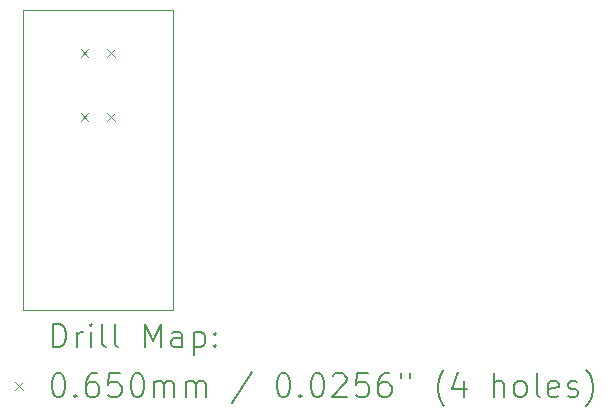
<source format=gbr>
%TF.GenerationSoftware,KiCad,Pcbnew,(6.0.7)*%
%TF.CreationDate,2023-01-17T09:06:05-08:00*%
%TF.ProjectId,mlx90640-breakout,6d6c7839-3036-4343-902d-627265616b6f,rev?*%
%TF.SameCoordinates,Original*%
%TF.FileFunction,Drillmap*%
%TF.FilePolarity,Positive*%
%FSLAX45Y45*%
G04 Gerber Fmt 4.5, Leading zero omitted, Abs format (unit mm)*
G04 Created by KiCad (PCBNEW (6.0.7)) date 2023-01-17 09:06:05*
%MOMM*%
%LPD*%
G01*
G04 APERTURE LIST*
%ADD10C,0.050000*%
%ADD11C,0.200000*%
%ADD12C,0.065000*%
G04 APERTURE END LIST*
D10*
X10460000Y-5810000D02*
X11730000Y-5810000D01*
X11730000Y-5810000D02*
X11730000Y-8350000D01*
X10460000Y-5810000D02*
X10460000Y-8350000D01*
X10460000Y-8350000D02*
X11730000Y-8350000D01*
D11*
D12*
X10950001Y-6140379D02*
X11015001Y-6205379D01*
X11015001Y-6140379D02*
X10950001Y-6205379D01*
X10950104Y-6680174D02*
X11015104Y-6745174D01*
X11015104Y-6680174D02*
X10950104Y-6745174D01*
X11173488Y-6140380D02*
X11238488Y-6205380D01*
X11238488Y-6140380D02*
X11173488Y-6205380D01*
X11173488Y-6679925D02*
X11238488Y-6744925D01*
X11238488Y-6679925D02*
X11173488Y-6744925D01*
D11*
X10715119Y-8662976D02*
X10715119Y-8462976D01*
X10762738Y-8462976D01*
X10791309Y-8472500D01*
X10810357Y-8491548D01*
X10819881Y-8510595D01*
X10829405Y-8548691D01*
X10829405Y-8577262D01*
X10819881Y-8615357D01*
X10810357Y-8634405D01*
X10791309Y-8653452D01*
X10762738Y-8662976D01*
X10715119Y-8662976D01*
X10915119Y-8662976D02*
X10915119Y-8529643D01*
X10915119Y-8567738D02*
X10924643Y-8548691D01*
X10934167Y-8539167D01*
X10953214Y-8529643D01*
X10972262Y-8529643D01*
X11038928Y-8662976D02*
X11038928Y-8529643D01*
X11038928Y-8462976D02*
X11029405Y-8472500D01*
X11038928Y-8482024D01*
X11048452Y-8472500D01*
X11038928Y-8462976D01*
X11038928Y-8482024D01*
X11162738Y-8662976D02*
X11143690Y-8653452D01*
X11134167Y-8634405D01*
X11134167Y-8462976D01*
X11267500Y-8662976D02*
X11248452Y-8653452D01*
X11238928Y-8634405D01*
X11238928Y-8462976D01*
X11496071Y-8662976D02*
X11496071Y-8462976D01*
X11562738Y-8605833D01*
X11629405Y-8462976D01*
X11629405Y-8662976D01*
X11810357Y-8662976D02*
X11810357Y-8558214D01*
X11800833Y-8539167D01*
X11781786Y-8529643D01*
X11743690Y-8529643D01*
X11724643Y-8539167D01*
X11810357Y-8653452D02*
X11791309Y-8662976D01*
X11743690Y-8662976D01*
X11724643Y-8653452D01*
X11715119Y-8634405D01*
X11715119Y-8615357D01*
X11724643Y-8596310D01*
X11743690Y-8586786D01*
X11791309Y-8586786D01*
X11810357Y-8577262D01*
X11905595Y-8529643D02*
X11905595Y-8729643D01*
X11905595Y-8539167D02*
X11924643Y-8529643D01*
X11962738Y-8529643D01*
X11981786Y-8539167D01*
X11991309Y-8548691D01*
X12000833Y-8567738D01*
X12000833Y-8624881D01*
X11991309Y-8643929D01*
X11981786Y-8653452D01*
X11962738Y-8662976D01*
X11924643Y-8662976D01*
X11905595Y-8653452D01*
X12086547Y-8643929D02*
X12096071Y-8653452D01*
X12086547Y-8662976D01*
X12077024Y-8653452D01*
X12086547Y-8643929D01*
X12086547Y-8662976D01*
X12086547Y-8539167D02*
X12096071Y-8548691D01*
X12086547Y-8558214D01*
X12077024Y-8548691D01*
X12086547Y-8539167D01*
X12086547Y-8558214D01*
D12*
X10392500Y-8960000D02*
X10457500Y-9025000D01*
X10457500Y-8960000D02*
X10392500Y-9025000D01*
D11*
X10753214Y-8882976D02*
X10772262Y-8882976D01*
X10791309Y-8892500D01*
X10800833Y-8902024D01*
X10810357Y-8921072D01*
X10819881Y-8959167D01*
X10819881Y-9006786D01*
X10810357Y-9044881D01*
X10800833Y-9063929D01*
X10791309Y-9073452D01*
X10772262Y-9082976D01*
X10753214Y-9082976D01*
X10734167Y-9073452D01*
X10724643Y-9063929D01*
X10715119Y-9044881D01*
X10705595Y-9006786D01*
X10705595Y-8959167D01*
X10715119Y-8921072D01*
X10724643Y-8902024D01*
X10734167Y-8892500D01*
X10753214Y-8882976D01*
X10905595Y-9063929D02*
X10915119Y-9073452D01*
X10905595Y-9082976D01*
X10896071Y-9073452D01*
X10905595Y-9063929D01*
X10905595Y-9082976D01*
X11086548Y-8882976D02*
X11048452Y-8882976D01*
X11029405Y-8892500D01*
X11019881Y-8902024D01*
X11000833Y-8930595D01*
X10991309Y-8968691D01*
X10991309Y-9044881D01*
X11000833Y-9063929D01*
X11010357Y-9073452D01*
X11029405Y-9082976D01*
X11067500Y-9082976D01*
X11086548Y-9073452D01*
X11096071Y-9063929D01*
X11105595Y-9044881D01*
X11105595Y-8997262D01*
X11096071Y-8978214D01*
X11086548Y-8968691D01*
X11067500Y-8959167D01*
X11029405Y-8959167D01*
X11010357Y-8968691D01*
X11000833Y-8978214D01*
X10991309Y-8997262D01*
X11286547Y-8882976D02*
X11191309Y-8882976D01*
X11181786Y-8978214D01*
X11191309Y-8968691D01*
X11210357Y-8959167D01*
X11257976Y-8959167D01*
X11277024Y-8968691D01*
X11286547Y-8978214D01*
X11296071Y-8997262D01*
X11296071Y-9044881D01*
X11286547Y-9063929D01*
X11277024Y-9073452D01*
X11257976Y-9082976D01*
X11210357Y-9082976D01*
X11191309Y-9073452D01*
X11181786Y-9063929D01*
X11419881Y-8882976D02*
X11438928Y-8882976D01*
X11457976Y-8892500D01*
X11467500Y-8902024D01*
X11477024Y-8921072D01*
X11486547Y-8959167D01*
X11486547Y-9006786D01*
X11477024Y-9044881D01*
X11467500Y-9063929D01*
X11457976Y-9073452D01*
X11438928Y-9082976D01*
X11419881Y-9082976D01*
X11400833Y-9073452D01*
X11391309Y-9063929D01*
X11381786Y-9044881D01*
X11372262Y-9006786D01*
X11372262Y-8959167D01*
X11381786Y-8921072D01*
X11391309Y-8902024D01*
X11400833Y-8892500D01*
X11419881Y-8882976D01*
X11572262Y-9082976D02*
X11572262Y-8949643D01*
X11572262Y-8968691D02*
X11581786Y-8959167D01*
X11600833Y-8949643D01*
X11629405Y-8949643D01*
X11648452Y-8959167D01*
X11657976Y-8978214D01*
X11657976Y-9082976D01*
X11657976Y-8978214D02*
X11667500Y-8959167D01*
X11686547Y-8949643D01*
X11715119Y-8949643D01*
X11734166Y-8959167D01*
X11743690Y-8978214D01*
X11743690Y-9082976D01*
X11838928Y-9082976D02*
X11838928Y-8949643D01*
X11838928Y-8968691D02*
X11848452Y-8959167D01*
X11867500Y-8949643D01*
X11896071Y-8949643D01*
X11915119Y-8959167D01*
X11924643Y-8978214D01*
X11924643Y-9082976D01*
X11924643Y-8978214D02*
X11934166Y-8959167D01*
X11953214Y-8949643D01*
X11981786Y-8949643D01*
X12000833Y-8959167D01*
X12010357Y-8978214D01*
X12010357Y-9082976D01*
X12400833Y-8873452D02*
X12229405Y-9130595D01*
X12657976Y-8882976D02*
X12677024Y-8882976D01*
X12696071Y-8892500D01*
X12705595Y-8902024D01*
X12715119Y-8921072D01*
X12724643Y-8959167D01*
X12724643Y-9006786D01*
X12715119Y-9044881D01*
X12705595Y-9063929D01*
X12696071Y-9073452D01*
X12677024Y-9082976D01*
X12657976Y-9082976D01*
X12638928Y-9073452D01*
X12629405Y-9063929D01*
X12619881Y-9044881D01*
X12610357Y-9006786D01*
X12610357Y-8959167D01*
X12619881Y-8921072D01*
X12629405Y-8902024D01*
X12638928Y-8892500D01*
X12657976Y-8882976D01*
X12810357Y-9063929D02*
X12819881Y-9073452D01*
X12810357Y-9082976D01*
X12800833Y-9073452D01*
X12810357Y-9063929D01*
X12810357Y-9082976D01*
X12943690Y-8882976D02*
X12962738Y-8882976D01*
X12981786Y-8892500D01*
X12991309Y-8902024D01*
X13000833Y-8921072D01*
X13010357Y-8959167D01*
X13010357Y-9006786D01*
X13000833Y-9044881D01*
X12991309Y-9063929D01*
X12981786Y-9073452D01*
X12962738Y-9082976D01*
X12943690Y-9082976D01*
X12924643Y-9073452D01*
X12915119Y-9063929D01*
X12905595Y-9044881D01*
X12896071Y-9006786D01*
X12896071Y-8959167D01*
X12905595Y-8921072D01*
X12915119Y-8902024D01*
X12924643Y-8892500D01*
X12943690Y-8882976D01*
X13086547Y-8902024D02*
X13096071Y-8892500D01*
X13115119Y-8882976D01*
X13162738Y-8882976D01*
X13181786Y-8892500D01*
X13191309Y-8902024D01*
X13200833Y-8921072D01*
X13200833Y-8940119D01*
X13191309Y-8968691D01*
X13077024Y-9082976D01*
X13200833Y-9082976D01*
X13381786Y-8882976D02*
X13286547Y-8882976D01*
X13277024Y-8978214D01*
X13286547Y-8968691D01*
X13305595Y-8959167D01*
X13353214Y-8959167D01*
X13372262Y-8968691D01*
X13381786Y-8978214D01*
X13391309Y-8997262D01*
X13391309Y-9044881D01*
X13381786Y-9063929D01*
X13372262Y-9073452D01*
X13353214Y-9082976D01*
X13305595Y-9082976D01*
X13286547Y-9073452D01*
X13277024Y-9063929D01*
X13562738Y-8882976D02*
X13524643Y-8882976D01*
X13505595Y-8892500D01*
X13496071Y-8902024D01*
X13477024Y-8930595D01*
X13467500Y-8968691D01*
X13467500Y-9044881D01*
X13477024Y-9063929D01*
X13486547Y-9073452D01*
X13505595Y-9082976D01*
X13543690Y-9082976D01*
X13562738Y-9073452D01*
X13572262Y-9063929D01*
X13581786Y-9044881D01*
X13581786Y-8997262D01*
X13572262Y-8978214D01*
X13562738Y-8968691D01*
X13543690Y-8959167D01*
X13505595Y-8959167D01*
X13486547Y-8968691D01*
X13477024Y-8978214D01*
X13467500Y-8997262D01*
X13657976Y-8882976D02*
X13657976Y-8921072D01*
X13734166Y-8882976D02*
X13734166Y-8921072D01*
X14029405Y-9159167D02*
X14019881Y-9149643D01*
X14000833Y-9121072D01*
X13991309Y-9102024D01*
X13981786Y-9073452D01*
X13972262Y-9025833D01*
X13972262Y-8987738D01*
X13981786Y-8940119D01*
X13991309Y-8911548D01*
X14000833Y-8892500D01*
X14019881Y-8863929D01*
X14029405Y-8854405D01*
X14191309Y-8949643D02*
X14191309Y-9082976D01*
X14143690Y-8873452D02*
X14096071Y-9016310D01*
X14219881Y-9016310D01*
X14448452Y-9082976D02*
X14448452Y-8882976D01*
X14534166Y-9082976D02*
X14534166Y-8978214D01*
X14524643Y-8959167D01*
X14505595Y-8949643D01*
X14477024Y-8949643D01*
X14457976Y-8959167D01*
X14448452Y-8968691D01*
X14657976Y-9082976D02*
X14638928Y-9073452D01*
X14629405Y-9063929D01*
X14619881Y-9044881D01*
X14619881Y-8987738D01*
X14629405Y-8968691D01*
X14638928Y-8959167D01*
X14657976Y-8949643D01*
X14686547Y-8949643D01*
X14705595Y-8959167D01*
X14715119Y-8968691D01*
X14724643Y-8987738D01*
X14724643Y-9044881D01*
X14715119Y-9063929D01*
X14705595Y-9073452D01*
X14686547Y-9082976D01*
X14657976Y-9082976D01*
X14838928Y-9082976D02*
X14819881Y-9073452D01*
X14810357Y-9054405D01*
X14810357Y-8882976D01*
X14991309Y-9073452D02*
X14972262Y-9082976D01*
X14934166Y-9082976D01*
X14915119Y-9073452D01*
X14905595Y-9054405D01*
X14905595Y-8978214D01*
X14915119Y-8959167D01*
X14934166Y-8949643D01*
X14972262Y-8949643D01*
X14991309Y-8959167D01*
X15000833Y-8978214D01*
X15000833Y-8997262D01*
X14905595Y-9016310D01*
X15077024Y-9073452D02*
X15096071Y-9082976D01*
X15134166Y-9082976D01*
X15153214Y-9073452D01*
X15162738Y-9054405D01*
X15162738Y-9044881D01*
X15153214Y-9025833D01*
X15134166Y-9016310D01*
X15105595Y-9016310D01*
X15086547Y-9006786D01*
X15077024Y-8987738D01*
X15077024Y-8978214D01*
X15086547Y-8959167D01*
X15105595Y-8949643D01*
X15134166Y-8949643D01*
X15153214Y-8959167D01*
X15229405Y-9159167D02*
X15238928Y-9149643D01*
X15257976Y-9121072D01*
X15267500Y-9102024D01*
X15277024Y-9073452D01*
X15286547Y-9025833D01*
X15286547Y-8987738D01*
X15277024Y-8940119D01*
X15267500Y-8911548D01*
X15257976Y-8892500D01*
X15238928Y-8863929D01*
X15229405Y-8854405D01*
M02*

</source>
